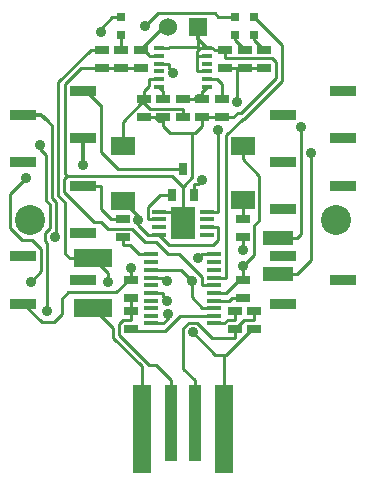
<source format=gtl>
G04 (created by PCBNEW (2013-mar-13)-testing) date Sun 15 Sep 2013 23:58:05 EST*
%MOIN*%
G04 Gerber Fmt 3.4, Leading zero omitted, Abs format*
%FSLAX34Y34*%
G01*
G70*
G90*
G04 APERTURE LIST*
%ADD10C,0.005906*%
%ADD11R,0.100000X0.050000*%
%ADD12R,0.060000X0.060000*%
%ADD13C,0.060000*%
%ADD14R,0.050000X0.016000*%
%ADD15R,0.046000X0.016500*%
%ADD16R,0.082000X0.110000*%
%ADD17R,0.125984X0.059055*%
%ADD18R,0.090157X0.035039*%
%ADD19R,0.078740X0.059055*%
%ADD20R,0.035000X0.016535*%
%ADD21R,0.045000X0.025000*%
%ADD22R,0.031496X0.031496*%
%ADD23R,0.031500X0.039400*%
%ADD24C,0.100000*%
%ADD25R,0.062992X0.291732*%
%ADD26R,0.039370X0.252362*%
%ADD27C,0.035000*%
%ADD28C,0.012000*%
%ADD29C,0.010000*%
G04 APERTURE END LIST*
G54D10*
G54D11*
X9102Y8407D03*
X9102Y7207D03*
G54D12*
X6445Y15448D03*
G54D13*
X5445Y15448D03*
G54D14*
X4895Y7858D03*
X4895Y7608D03*
X4895Y7348D03*
X4895Y7088D03*
X4895Y6838D03*
X4895Y6578D03*
X4895Y6318D03*
X4895Y6068D03*
X4895Y5808D03*
X4895Y5558D03*
X6995Y5558D03*
X6995Y5808D03*
X6995Y6068D03*
X6995Y6318D03*
X6995Y6578D03*
X6995Y6838D03*
X6995Y7088D03*
X6995Y7348D03*
X6995Y7608D03*
X6995Y7858D03*
G54D15*
X6732Y8507D03*
X6732Y8763D03*
X6732Y9023D03*
X6732Y9279D03*
X5158Y9279D03*
X5158Y9023D03*
X5158Y8763D03*
X5158Y8507D03*
G54D16*
X5945Y8893D03*
G54D17*
X2948Y6070D03*
X2948Y7724D03*
G54D18*
X2614Y13305D03*
X614Y12518D03*
X2614Y11730D03*
X614Y10943D03*
X2614Y10155D03*
X2614Y8581D03*
X614Y7793D03*
X2614Y7006D03*
X614Y6218D03*
X11276Y13305D03*
X9276Y12518D03*
X11276Y11730D03*
X9276Y10943D03*
X11276Y10155D03*
X9276Y9368D03*
X9276Y7793D03*
X11276Y7006D03*
X9276Y6218D03*
G54D19*
X7952Y11476D03*
X7952Y9657D03*
X3937Y11472D03*
X3937Y9653D03*
G54D20*
X6750Y13450D03*
X6750Y13706D03*
X6750Y13962D03*
X6750Y14218D03*
X6750Y14474D03*
X6750Y14730D03*
X5140Y14730D03*
X5140Y14474D03*
X5140Y14218D03*
X5140Y13962D03*
X5140Y13706D03*
X5140Y13450D03*
G54D21*
X4539Y14689D03*
X4539Y14089D03*
X5295Y13028D03*
X5295Y12428D03*
X3240Y14689D03*
X3240Y14089D03*
X7350Y14089D03*
X7350Y14689D03*
X7248Y13028D03*
X7248Y12428D03*
X4645Y13028D03*
X4645Y12428D03*
X3937Y9036D03*
X3937Y8436D03*
G54D22*
X8324Y15173D03*
X8324Y15763D03*
X7675Y15173D03*
X7675Y15763D03*
X3889Y15763D03*
X3889Y15173D03*
G54D21*
X4200Y5961D03*
X4200Y5361D03*
X7669Y5361D03*
X7669Y5961D03*
X7952Y7008D03*
X7952Y6408D03*
X5945Y12428D03*
X5945Y13028D03*
X6594Y13028D03*
X6594Y12428D03*
X7952Y9032D03*
X7952Y8432D03*
X8649Y14089D03*
X8649Y14689D03*
X8000Y14089D03*
X8000Y14689D03*
X8318Y5957D03*
X8318Y5357D03*
X4200Y6408D03*
X4200Y7008D03*
X3889Y14089D03*
X3889Y14689D03*
G54D23*
X5945Y10716D03*
X6320Y9850D03*
X5570Y9850D03*
G54D24*
X846Y9000D03*
X11043Y9000D03*
G54D25*
X4567Y2049D03*
X7323Y2049D03*
G54D26*
X5551Y2246D03*
X6338Y2246D03*
G54D27*
X5426Y6315D03*
X6277Y5264D03*
X4200Y7416D03*
X727Y10418D03*
X867Y6929D03*
X5431Y5864D03*
X4679Y15473D03*
X2614Y10852D03*
X6445Y7738D03*
X1684Y8435D03*
X5422Y6965D03*
X1192Y11511D03*
X1429Y5960D03*
X7112Y12012D03*
X3213Y15276D03*
X5605Y13899D03*
X10217Y11253D03*
X7952Y8021D03*
X4452Y9000D03*
X6592Y10336D03*
X9877Y12091D03*
X7952Y7471D03*
X3432Y6945D03*
X7759Y12935D03*
X6234Y6988D03*
G54D28*
X2614Y13305D02*
X2702Y13305D01*
X2702Y13305D02*
X3215Y12792D01*
G54D29*
X3215Y11275D02*
X3215Y12792D01*
X5945Y10716D02*
X3774Y10716D01*
X3774Y10716D02*
X3215Y11275D01*
X4200Y7008D02*
X4134Y7008D01*
X1238Y5594D02*
X614Y6218D01*
X1657Y5594D02*
X1238Y5594D01*
X1921Y5858D02*
X1657Y5594D01*
X1921Y6389D02*
X1921Y5858D01*
X2122Y6590D02*
X1921Y6389D01*
X3716Y6590D02*
X2122Y6590D01*
X4134Y7008D02*
X3716Y6590D01*
G54D28*
X6445Y15448D02*
X6445Y15035D01*
X6445Y15035D02*
X6750Y14730D01*
G54D29*
X7248Y12428D02*
X7623Y12428D01*
X6594Y12428D02*
X7248Y12428D01*
X6594Y12428D02*
X6594Y12153D01*
X4895Y6578D02*
X5295Y6578D01*
X7323Y2049D02*
X7323Y3657D01*
X7350Y14689D02*
X7350Y14414D01*
X6934Y14730D02*
X6975Y14689D01*
X7350Y14689D02*
X6975Y14689D01*
X6750Y14730D02*
X6934Y14730D01*
X5945Y10153D02*
X5945Y9593D01*
X5945Y8893D02*
X5945Y9375D01*
X5945Y9375D02*
X5945Y9593D01*
X5633Y9375D02*
X5538Y9279D01*
X5945Y9375D02*
X5633Y9375D01*
X5158Y9279D02*
X5538Y9279D01*
X6445Y15448D02*
X6445Y14998D01*
X4200Y7008D02*
X4200Y7283D01*
X4200Y7283D02*
X4200Y7416D01*
X8912Y14414D02*
X7350Y14414D01*
X9039Y14288D02*
X8912Y14414D01*
X9039Y13733D02*
X9039Y14288D01*
X7878Y12573D02*
X9039Y13733D01*
X7768Y12573D02*
X7878Y12573D01*
X7623Y12428D02*
X7768Y12573D01*
X6750Y14730D02*
X6681Y14730D01*
X6681Y14730D02*
X6521Y14730D01*
X6750Y14474D02*
X6425Y14474D01*
X6521Y14730D02*
X6475Y14730D01*
X5140Y14730D02*
X5465Y14730D01*
X5495Y14760D02*
X6445Y14760D01*
X5465Y14730D02*
X5495Y14760D01*
X6475Y14730D02*
X6445Y14760D01*
X6445Y14760D02*
X6445Y14998D01*
X6425Y14634D02*
X6425Y14474D01*
X6521Y14730D02*
X6425Y14634D01*
X6425Y14474D02*
X6425Y13962D01*
X6750Y13962D02*
X6425Y13962D01*
X6995Y6838D02*
X6595Y6838D01*
X6255Y10442D02*
X6255Y11917D01*
X5966Y10153D02*
X6255Y10442D01*
X5945Y10153D02*
X5966Y10153D01*
X6359Y11917D02*
X6255Y11917D01*
X6594Y12153D02*
X6359Y11917D01*
X5530Y11917D02*
X5295Y12153D01*
X6255Y11917D02*
X5530Y11917D01*
X4539Y14089D02*
X3889Y14089D01*
X3889Y14089D02*
X3240Y14089D01*
X5295Y12428D02*
X5295Y12290D01*
X5295Y12290D02*
X5295Y12153D01*
X5158Y12290D02*
X5020Y12428D01*
X5295Y12290D02*
X5158Y12290D01*
X4645Y12428D02*
X5020Y12428D01*
X7323Y4513D02*
X7323Y3657D01*
X7388Y4513D02*
X7323Y4513D01*
X8231Y5357D02*
X7388Y4513D01*
X8318Y5357D02*
X8231Y5357D01*
X5295Y6446D02*
X5295Y6578D01*
X5426Y6315D02*
X5295Y6446D01*
X7028Y4513D02*
X6277Y5264D01*
X7323Y4513D02*
X7028Y4513D01*
X5594Y10481D02*
X2092Y10481D01*
X5922Y10153D02*
X5594Y10481D01*
X5945Y10153D02*
X5922Y10153D01*
X6595Y7097D02*
X6595Y6838D01*
X5824Y7867D02*
X6595Y7097D01*
X5454Y7867D02*
X5824Y7867D01*
X5047Y8275D02*
X5454Y7867D01*
X4678Y8275D02*
X5047Y8275D01*
X4241Y8711D02*
X4678Y8275D01*
X3431Y8711D02*
X4241Y8711D01*
X3206Y8936D02*
X3431Y8711D01*
X2995Y8936D02*
X3206Y8936D01*
X1997Y9934D02*
X2995Y8936D01*
X1997Y10385D02*
X1997Y9934D01*
X2092Y10481D02*
X1997Y10385D01*
X2548Y14089D02*
X3240Y14089D01*
X2013Y13554D02*
X2548Y14089D01*
X2013Y10561D02*
X2013Y13554D01*
X2092Y10481D02*
X2013Y10561D01*
X7429Y15783D02*
X7655Y15783D01*
X867Y6929D02*
X1229Y7290D01*
X1229Y7290D02*
X1229Y8044D01*
X1229Y8044D02*
X923Y8349D01*
X923Y8349D02*
X574Y8349D01*
X574Y8349D02*
X187Y8737D01*
X187Y8737D02*
X187Y9877D01*
X187Y9877D02*
X727Y10418D01*
X5431Y5864D02*
X5431Y5694D01*
X5431Y5694D02*
X5295Y5558D01*
X7429Y15783D02*
X7121Y15783D01*
X4895Y5558D02*
X5295Y5558D01*
X7121Y15783D02*
X7006Y15898D01*
X7006Y15898D02*
X5105Y15898D01*
X5105Y15898D02*
X4679Y15473D01*
X7655Y15783D02*
X7675Y15763D01*
G54D28*
X2614Y11730D02*
X2614Y10852D01*
G54D29*
X6995Y7858D02*
X6565Y7858D01*
X6565Y7858D02*
X6445Y7738D01*
X1433Y12300D02*
X1596Y12136D01*
G54D28*
X614Y12518D02*
X1214Y12518D01*
X1433Y12299D02*
X1433Y12300D01*
X1214Y12518D02*
X1433Y12299D01*
G54D29*
X1596Y12136D02*
X1596Y9733D01*
X1596Y9733D02*
X1708Y9621D01*
X1708Y9621D02*
X1708Y8460D01*
X1708Y8460D02*
X1684Y8435D01*
X5295Y7088D02*
X5299Y7088D01*
X5299Y7088D02*
X5422Y6965D01*
X4895Y7088D02*
X5295Y7088D01*
X8318Y5957D02*
X8318Y5682D01*
X7990Y5682D02*
X7669Y5361D01*
X8318Y5682D02*
X7990Y5682D01*
X7669Y5361D02*
X7669Y5086D01*
X6338Y2246D02*
X6338Y3657D01*
X5952Y4044D02*
X6338Y3657D01*
X5952Y5398D02*
X5952Y4044D01*
X6143Y5589D02*
X5952Y5398D01*
X6412Y5589D02*
X6143Y5589D01*
X6915Y5086D02*
X6412Y5589D01*
X7669Y5086D02*
X6915Y5086D01*
X4200Y6408D02*
X4200Y5961D01*
X5551Y2246D02*
X5551Y3657D01*
X4200Y5961D02*
X4200Y5686D01*
X3960Y5686D02*
X4200Y5686D01*
X3823Y5549D02*
X3960Y5686D01*
X3823Y5169D02*
X3823Y5549D01*
X4822Y4170D02*
X3823Y5169D01*
X5039Y4170D02*
X4822Y4170D01*
X5551Y3657D02*
X5039Y4170D01*
X4567Y2049D02*
X4567Y4137D01*
X3622Y5397D02*
X2948Y6070D01*
X3622Y5082D02*
X3622Y5397D01*
X4567Y4137D02*
X3622Y5082D01*
X4778Y9437D02*
X4778Y9023D01*
X5191Y9850D02*
X4778Y9437D01*
X5570Y9850D02*
X5191Y9850D01*
X5158Y9023D02*
X4778Y9023D01*
X7952Y9032D02*
X7952Y9657D01*
X8324Y15763D02*
X8326Y15763D01*
X9239Y14851D02*
X9239Y14693D01*
X8326Y15763D02*
X9239Y14851D01*
X6995Y7088D02*
X7395Y7088D01*
X7395Y7088D02*
X7395Y11827D01*
X7395Y11827D02*
X7941Y12373D01*
X7941Y12373D02*
X7969Y12373D01*
X7969Y12373D02*
X9239Y13642D01*
X9239Y13642D02*
X9239Y14693D01*
X7675Y15173D02*
X7675Y15014D01*
X7675Y15014D02*
X8000Y14689D01*
X3889Y14689D02*
X3889Y15173D01*
X4645Y13028D02*
X4645Y12890D01*
X3937Y12288D02*
X3937Y11472D01*
X4540Y12890D02*
X3937Y12288D01*
X4645Y12890D02*
X4540Y12890D01*
X4815Y13473D02*
X4645Y13303D01*
X4815Y13706D02*
X4815Y13473D01*
X5140Y13706D02*
X4815Y13706D01*
X4645Y13028D02*
X4645Y13303D01*
X4832Y12703D02*
X4645Y12890D01*
X5945Y12703D02*
X4832Y12703D01*
X5945Y12428D02*
X5945Y12703D01*
X7248Y13533D02*
X7075Y13706D01*
X7248Y13028D02*
X7248Y13533D01*
X6750Y13706D02*
X7075Y13706D01*
X1396Y11011D02*
X1396Y11174D01*
X1192Y11377D02*
X1192Y11511D01*
X1396Y11174D02*
X1192Y11377D01*
X6732Y9279D02*
X7112Y9279D01*
X7112Y9279D02*
X7112Y12012D01*
X1429Y6511D02*
X1429Y5960D01*
X1429Y8230D02*
X1429Y6511D01*
X1339Y8319D02*
X1429Y8230D01*
X1339Y8570D02*
X1339Y8319D01*
X1500Y8730D02*
X1339Y8570D01*
X1500Y9523D02*
X1500Y8730D01*
X1396Y9627D02*
X1500Y9523D01*
X1396Y11011D02*
X1396Y9627D01*
X3889Y15763D02*
X3586Y15763D01*
X3183Y15306D02*
X3160Y15283D01*
X3213Y15276D02*
X3183Y15306D01*
X3199Y15376D02*
X3586Y15763D01*
X3199Y15364D02*
X3199Y15376D01*
X3183Y15348D02*
X3199Y15364D01*
X3183Y15306D02*
X3183Y15348D01*
X3183Y15306D02*
X3183Y15306D01*
X5287Y13303D02*
X5140Y13450D01*
X5295Y13303D02*
X5287Y13303D01*
X5295Y13028D02*
X5295Y13303D01*
X9102Y7207D02*
X9752Y7207D01*
X10217Y7671D02*
X9752Y7207D01*
X10217Y11253D02*
X10217Y7671D01*
X5465Y14039D02*
X5605Y13899D01*
X5465Y14218D02*
X5465Y14039D01*
X5140Y14218D02*
X5465Y14218D01*
X7952Y8432D02*
X7952Y8021D01*
X6320Y9850D02*
X6320Y10197D01*
X6732Y8763D02*
X7112Y8763D01*
X7112Y8352D02*
X7112Y8763D01*
X6944Y8184D02*
X7112Y8352D01*
X5481Y8184D02*
X6944Y8184D01*
X5158Y8507D02*
X5481Y8184D01*
X4452Y9138D02*
X4452Y9000D01*
X3937Y9653D02*
X4452Y9138D01*
X4452Y8833D02*
X4778Y8507D01*
X4452Y9000D02*
X4452Y8833D01*
X5158Y8507D02*
X4778Y8507D01*
X6453Y10197D02*
X6320Y10197D01*
X6592Y10336D02*
X6453Y10197D01*
G54D28*
X5445Y15448D02*
X5298Y15448D01*
X5298Y15448D02*
X4539Y14689D01*
G54D29*
X9102Y8407D02*
X9752Y8407D01*
X9752Y8407D02*
X9877Y8531D01*
X9877Y8531D02*
X9877Y12091D01*
X4539Y14689D02*
X4647Y14689D01*
X4815Y14521D02*
X4647Y14689D01*
X4815Y14474D02*
X4815Y14521D01*
X5140Y14474D02*
X4815Y14474D01*
X8324Y15173D02*
X8324Y15014D01*
X8324Y15014D02*
X8649Y14689D01*
X4192Y8161D02*
X4495Y7858D01*
X3937Y8161D02*
X4192Y8161D01*
X3937Y8436D02*
X3937Y8161D01*
X4895Y7858D02*
X4495Y7858D01*
X7487Y6318D02*
X6995Y6318D01*
X7577Y6408D02*
X7487Y6318D01*
X7952Y6408D02*
X7577Y6408D01*
X6995Y5808D02*
X6595Y5808D01*
X4239Y5322D02*
X4200Y5361D01*
X5348Y5322D02*
X4239Y5322D01*
X5835Y5808D02*
X5348Y5322D01*
X6595Y5808D02*
X5835Y5808D01*
X6602Y13303D02*
X6750Y13450D01*
X6594Y13303D02*
X6602Y13303D01*
X6594Y13028D02*
X6594Y13165D01*
X6594Y13165D02*
X6594Y13303D01*
X6457Y13165D02*
X6320Y13028D01*
X6594Y13165D02*
X6457Y13165D01*
X5945Y13028D02*
X6320Y13028D01*
X7431Y5686D02*
X7669Y5686D01*
X7304Y5558D02*
X7431Y5686D01*
X6995Y5558D02*
X7304Y5558D01*
X7669Y5961D02*
X7669Y5686D01*
X3215Y9383D02*
X3215Y10155D01*
X3562Y9036D02*
X3215Y9383D01*
X3937Y9036D02*
X3562Y9036D01*
X2614Y10155D02*
X3215Y10155D01*
X7952Y11476D02*
X7952Y11030D01*
X3240Y14689D02*
X2865Y14689D01*
X2948Y7724D02*
X2168Y7724D01*
X3432Y7240D02*
X2948Y7724D01*
X3432Y6945D02*
X3432Y7240D01*
X7952Y7283D02*
X7952Y7471D01*
X8327Y7846D02*
X7952Y7471D01*
X8327Y8821D02*
X8327Y7846D01*
X8496Y8990D02*
X8327Y8821D01*
X8496Y10487D02*
X8496Y8990D01*
X7952Y11030D02*
X8496Y10487D01*
X7952Y7008D02*
X7952Y7146D01*
X7952Y7146D02*
X7952Y7283D01*
X7395Y6588D02*
X7395Y6578D01*
X7952Y7146D02*
X7395Y6588D01*
X6995Y6578D02*
X7395Y6578D01*
X1796Y13621D02*
X2865Y14689D01*
X1796Y9816D02*
X1796Y13621D01*
X2009Y9604D02*
X1796Y9816D01*
X2009Y7884D02*
X2009Y9604D01*
X2168Y7724D02*
X2009Y7884D01*
X8649Y14089D02*
X8000Y14089D01*
X6995Y6068D02*
X6595Y6068D01*
X7759Y14089D02*
X7759Y12935D01*
X8000Y14089D02*
X7759Y14089D01*
X7759Y14089D02*
X7350Y14089D01*
X6234Y6429D02*
X6595Y6068D01*
X6234Y6988D02*
X6234Y6429D01*
X5874Y7348D02*
X4895Y7348D01*
X6234Y6988D02*
X5874Y7348D01*
M02*

</source>
